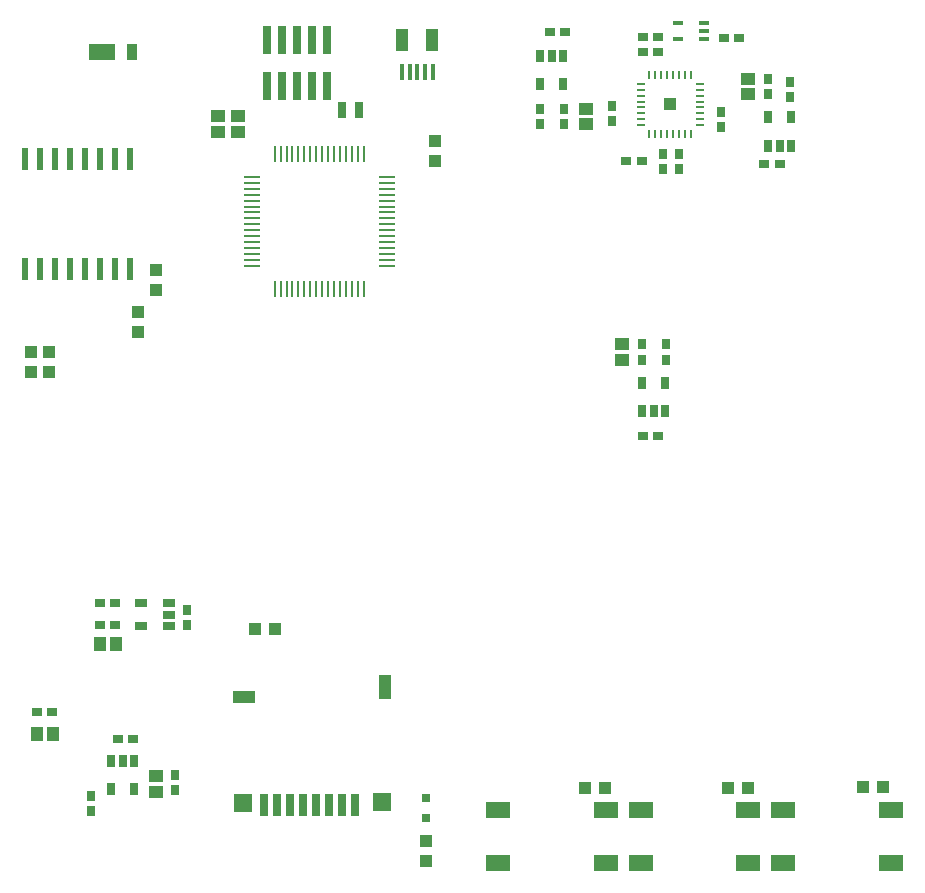
<source format=gtp>
G04*
G04 #@! TF.GenerationSoftware,Altium Limited,Altium Designer,21.9.2 (33)*
G04*
G04 Layer_Color=8421504*
%FSLAX25Y25*%
%MOIN*%
G70*
G04*
G04 #@! TF.SameCoordinates,36AF05F9-EE1F-4495-BFDE-5FD0FD3D89CD*
G04*
G04*
G04 #@! TF.FilePolarity,Positive*
G04*
G01*
G75*
%ADD16R,0.02992X0.09449*%
%ADD17R,0.03937X0.04331*%
%ADD18R,0.04000X0.05000*%
%ADD19R,0.03543X0.02756*%
%ADD20R,0.02756X0.03543*%
%ADD21R,0.08661X0.05512*%
%ADD22R,0.03543X0.05512*%
%ADD23R,0.01100X0.05800*%
%ADD24R,0.05800X0.01100*%
%ADD25R,0.03937X0.07480*%
%ADD26R,0.01575X0.05315*%
%ADD27R,0.04331X0.02559*%
%ADD28R,0.03150X0.03150*%
%ADD29R,0.02087X0.07795*%
%ADD30R,0.04724X0.04331*%
%ADD31R,0.02559X0.04331*%
%ADD32R,0.05000X0.04000*%
%ADD33R,0.02953X0.05512*%
%ADD34R,0.04331X0.03937*%
%ADD35R,0.08268X0.05512*%
%ADD36R,0.03150X0.07480*%
%ADD37R,0.05906X0.05906*%
%ADD38R,0.03937X0.07874*%
%ADD39R,0.07284X0.03937*%
%ADD40O,0.00787X0.02756*%
%ADD41O,0.02756X0.00787*%
%ADD42R,0.03937X0.03937*%
%ADD43R,0.03543X0.01575*%
D16*
X79500Y854D02*
D03*
Y-14500D02*
D03*
X84500Y854D02*
D03*
Y-14500D02*
D03*
X89500Y854D02*
D03*
Y-14500D02*
D03*
X94500Y854D02*
D03*
Y-14500D02*
D03*
X99500Y854D02*
D03*
Y-14500D02*
D03*
D17*
X132500Y-272847D02*
D03*
Y-266154D02*
D03*
X36500Y-96346D02*
D03*
Y-89653D02*
D03*
X1000Y-109846D02*
D03*
Y-103154D02*
D03*
X7000Y-103154D02*
D03*
Y-109846D02*
D03*
X135500Y-32653D02*
D03*
Y-39346D02*
D03*
X42500Y-82346D02*
D03*
Y-75653D02*
D03*
D18*
X8150Y-230500D02*
D03*
X2850D02*
D03*
X29150Y-200500D02*
D03*
X23850D02*
D03*
D19*
X8059Y-223000D02*
D03*
X2941D02*
D03*
X28921Y-186534D02*
D03*
X23803D02*
D03*
X29059Y-194000D02*
D03*
X23941D02*
D03*
X29941Y-232000D02*
D03*
X35059D02*
D03*
X204941Y-3000D02*
D03*
X210059D02*
D03*
X179059Y3500D02*
D03*
X173941D02*
D03*
X210059Y-131000D02*
D03*
X204941D02*
D03*
X199441Y-39500D02*
D03*
X204559D02*
D03*
X250559Y-40500D02*
D03*
X245441D02*
D03*
X237059Y1500D02*
D03*
X231941D02*
D03*
X204941Y2000D02*
D03*
X210059D02*
D03*
D20*
X211500Y-42059D02*
D03*
Y-36941D02*
D03*
X53000Y-194059D02*
D03*
Y-188941D02*
D03*
X21000Y-256059D02*
D03*
Y-250941D02*
D03*
X49000Y-243941D02*
D03*
Y-249059D02*
D03*
X178500Y-27059D02*
D03*
Y-21941D02*
D03*
X170500Y-27059D02*
D03*
Y-21941D02*
D03*
X194500Y-26059D02*
D03*
Y-20941D02*
D03*
X204500Y-100457D02*
D03*
Y-105575D02*
D03*
X231000Y-28059D02*
D03*
Y-22941D02*
D03*
X212500Y-100457D02*
D03*
Y-105575D02*
D03*
X246500Y-11941D02*
D03*
Y-17059D02*
D03*
X254000Y-12941D02*
D03*
Y-18059D02*
D03*
X217000Y-36941D02*
D03*
Y-42059D02*
D03*
D21*
X24457Y-3000D02*
D03*
D22*
X34496D02*
D03*
D23*
X111800Y-82000D02*
D03*
X109800D02*
D03*
X107800D02*
D03*
X105900D02*
D03*
X103900D02*
D03*
X101900D02*
D03*
X100000D02*
D03*
X98000D02*
D03*
X96000D02*
D03*
X94000D02*
D03*
X92100D02*
D03*
X90100D02*
D03*
X88100D02*
D03*
X86200D02*
D03*
X84200D02*
D03*
X82200D02*
D03*
Y-37000D02*
D03*
X84200D02*
D03*
X86200D02*
D03*
X88100D02*
D03*
X90100D02*
D03*
X92100D02*
D03*
X94000D02*
D03*
X96000D02*
D03*
X98000D02*
D03*
X100000D02*
D03*
X101900D02*
D03*
X103900D02*
D03*
X105900D02*
D03*
X107800D02*
D03*
X109800D02*
D03*
X111800D02*
D03*
D24*
X74500Y-74300D02*
D03*
Y-72300D02*
D03*
Y-70300D02*
D03*
Y-68400D02*
D03*
Y-66400D02*
D03*
Y-64400D02*
D03*
Y-62500D02*
D03*
Y-60500D02*
D03*
Y-58500D02*
D03*
Y-56500D02*
D03*
Y-54600D02*
D03*
Y-52600D02*
D03*
Y-50600D02*
D03*
Y-48700D02*
D03*
Y-46700D02*
D03*
Y-44700D02*
D03*
X119500D02*
D03*
Y-46700D02*
D03*
Y-48700D02*
D03*
Y-50600D02*
D03*
Y-52600D02*
D03*
Y-54600D02*
D03*
Y-56500D02*
D03*
Y-58500D02*
D03*
Y-60500D02*
D03*
Y-62500D02*
D03*
Y-64400D02*
D03*
Y-66400D02*
D03*
Y-68400D02*
D03*
Y-70300D02*
D03*
Y-72300D02*
D03*
Y-74300D02*
D03*
D25*
X124752Y894D02*
D03*
X134595D02*
D03*
D26*
X124555Y-9736D02*
D03*
X127114D02*
D03*
X129673D02*
D03*
X132232D02*
D03*
X134791D02*
D03*
D27*
X47086Y-194274D02*
D03*
Y-190534D02*
D03*
Y-186794D02*
D03*
X37637D02*
D03*
Y-194274D02*
D03*
D28*
X132500Y-258248D02*
D03*
Y-251752D02*
D03*
D29*
X-1000Y-75500D02*
D03*
X4000D02*
D03*
X9000D02*
D03*
X14000D02*
D03*
X19000D02*
D03*
X24000D02*
D03*
X29000D02*
D03*
X34000D02*
D03*
X-1000Y-38610D02*
D03*
X4000D02*
D03*
X9000D02*
D03*
X14000D02*
D03*
X19000D02*
D03*
X24000D02*
D03*
X29000D02*
D03*
X34000D02*
D03*
D30*
X63153Y-29756D02*
D03*
X69846D02*
D03*
Y-24244D02*
D03*
X63153D02*
D03*
D31*
X35240Y-248724D02*
D03*
X27760D02*
D03*
Y-239276D02*
D03*
X31500D02*
D03*
X35240D02*
D03*
X178240Y-13724D02*
D03*
X170760D02*
D03*
Y-4276D02*
D03*
X174500D02*
D03*
X178240D02*
D03*
X204760Y-113291D02*
D03*
X212240D02*
D03*
Y-122740D02*
D03*
X208500D02*
D03*
X204760D02*
D03*
X246760Y-24776D02*
D03*
X254240D02*
D03*
Y-34224D02*
D03*
X250500D02*
D03*
X246760D02*
D03*
D32*
X42500Y-244350D02*
D03*
Y-249650D02*
D03*
X186000Y-27150D02*
D03*
Y-21850D02*
D03*
X198000Y-100366D02*
D03*
Y-105666D02*
D03*
X240000Y-11850D02*
D03*
Y-17150D02*
D03*
D33*
X104646Y-22500D02*
D03*
X110354D02*
D03*
D34*
X82346Y-195500D02*
D03*
X75653D02*
D03*
X233154Y-248500D02*
D03*
X239846D02*
D03*
X185653D02*
D03*
X192347D02*
D03*
X278153Y-248000D02*
D03*
X284846D02*
D03*
D35*
X204173Y-255784D02*
D03*
Y-273500D02*
D03*
X240000Y-255784D02*
D03*
Y-273500D02*
D03*
X156673Y-255784D02*
D03*
Y-273500D02*
D03*
X192500Y-255784D02*
D03*
Y-273500D02*
D03*
X251673Y-255784D02*
D03*
Y-273500D02*
D03*
X287500Y-255784D02*
D03*
Y-273500D02*
D03*
D36*
X108803Y-254051D02*
D03*
X104472D02*
D03*
X100142D02*
D03*
X95811D02*
D03*
X91480D02*
D03*
X87150D02*
D03*
X82819D02*
D03*
X78488D02*
D03*
D37*
X71500Y-253500D02*
D03*
X118000Y-253000D02*
D03*
D38*
X119000Y-214531D02*
D03*
D39*
X71791Y-217878D02*
D03*
D40*
X207110Y-10657D02*
D03*
X209079D02*
D03*
X211047D02*
D03*
X213016D02*
D03*
X214984D02*
D03*
X216953D02*
D03*
X218921D02*
D03*
X220890D02*
D03*
Y-30343D02*
D03*
X218921D02*
D03*
X216953D02*
D03*
X214984D02*
D03*
X213016D02*
D03*
X211047D02*
D03*
X209079D02*
D03*
X207110D02*
D03*
D41*
X223843Y-13610D02*
D03*
Y-15579D02*
D03*
Y-17547D02*
D03*
Y-19516D02*
D03*
Y-21484D02*
D03*
Y-23453D02*
D03*
Y-25421D02*
D03*
Y-27390D02*
D03*
X204157D02*
D03*
Y-25421D02*
D03*
Y-23453D02*
D03*
Y-21484D02*
D03*
Y-19516D02*
D03*
Y-17547D02*
D03*
Y-15579D02*
D03*
Y-13610D02*
D03*
D42*
X214000Y-20500D02*
D03*
D43*
X216669Y1441D02*
D03*
Y6559D02*
D03*
X225331D02*
D03*
Y4000D02*
D03*
Y1441D02*
D03*
M02*

</source>
